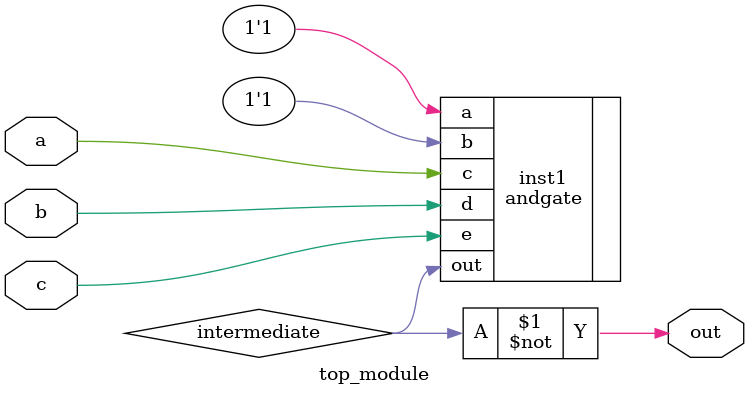
<source format=v>
module top_module (input a, input b, input c, output out);
    wire intermediate;
    
    andgate inst1 (.out(intermediate), .a(1'b1), .b(1'b1), .c(a), .d(b), .e(c));
    assign out = ~intermediate;
endmodule
</source>
